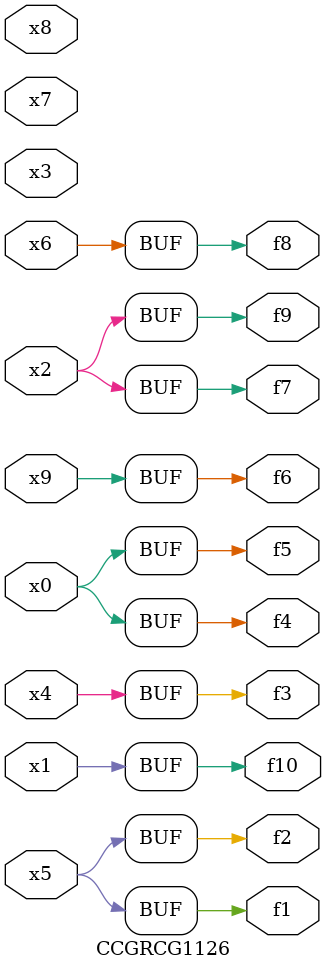
<source format=v>
module CCGRCG1126(
	input x0, x1, x2, x3, x4, x5, x6, x7, x8, x9,
	output f1, f2, f3, f4, f5, f6, f7, f8, f9, f10
);
	assign f1 = x5;
	assign f2 = x5;
	assign f3 = x4;
	assign f4 = x0;
	assign f5 = x0;
	assign f6 = x9;
	assign f7 = x2;
	assign f8 = x6;
	assign f9 = x2;
	assign f10 = x1;
endmodule

</source>
